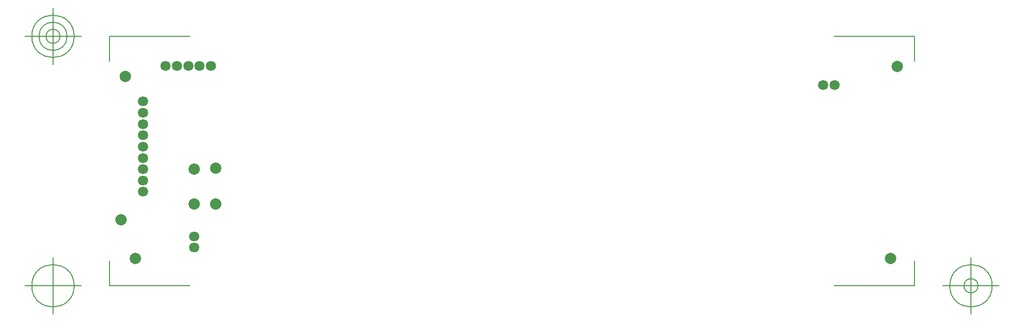
<source format=gbr>
G04 Generated by Ultiboard 14.2 *
%FSLAX34Y34*%
%MOMM*%

%ADD10C,0.0001*%
%ADD11C,0.1270*%
%ADD12C,2.0000*%
%ADD13C,1.8000*%


G04 ColorRGB FF00CC for the following layer *
%LNSolder Mask Top*%
%LPD*%
G54D10*
G54D11*
X-2540Y-2540D02*
X-2540Y41668D01*
X-2540Y-2540D02*
X139968Y-2540D01*
X1422540Y-2540D02*
X1280032Y-2540D01*
X1422540Y-2540D02*
X1422540Y41668D01*
X1422540Y439540D02*
X1422540Y395332D01*
X1422540Y439540D02*
X1280032Y439540D01*
X-2540Y439540D02*
X139968Y439540D01*
X-2540Y439540D02*
X-2540Y395332D01*
X-52540Y-2540D02*
X-152540Y-2540D01*
X-102540Y-52540D02*
X-102540Y47460D01*
X-140040Y-2540D02*
G75*
D01*
G02X-140040Y-2540I37500J0*
G01*
X1472540Y-2540D02*
X1572540Y-2540D01*
X1522540Y-52540D02*
X1522540Y47460D01*
X1485040Y-2540D02*
G75*
D01*
G02X1485040Y-2540I37500J0*
G01*
X1510040Y-2540D02*
G75*
D01*
G02X1510040Y-2540I12500J0*
G01*
X-52540Y439540D02*
X-152540Y439540D01*
X-102540Y389540D02*
X-102540Y489540D01*
X-140040Y439540D02*
G75*
D01*
G02X-140040Y439540I37500J0*
G01*
X-127540Y439540D02*
G75*
D01*
G02X-127540Y439540I25000J0*
G01*
X-115040Y439540D02*
G75*
D01*
G02X-115040Y439540I12500J0*
G01*
G54D12*
X185420Y142240D03*
X185420Y205740D03*
X147320Y142240D03*
X147320Y204000D03*
X25400Y368300D03*
X17780Y114300D03*
X43180Y45720D03*
X1391920Y386080D03*
X1380000Y45720D03*
G54D13*
X147000Y85000D03*
X147000Y65000D03*
X57000Y164000D03*
X57000Y324000D03*
X57000Y304000D03*
X57000Y284000D03*
X57000Y264000D03*
X57000Y244000D03*
X57000Y224000D03*
X57000Y204000D03*
X57000Y184000D03*
X1281000Y353000D03*
X1261000Y353000D03*
X177000Y387000D03*
X157000Y387000D03*
X137000Y387000D03*
X117000Y387000D03*
X97000Y387000D03*

M02*

</source>
